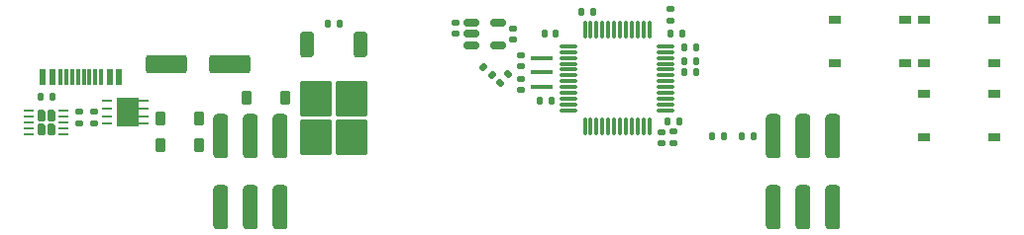
<source format=gbr>
%TF.GenerationSoftware,KiCad,Pcbnew,8.0.1*%
%TF.CreationDate,2024-03-31T20:21:14-04:00*%
%TF.ProjectId,Reflow Plate,5265666c-6f77-4205-906c-6174652e6b69,rev?*%
%TF.SameCoordinates,Original*%
%TF.FileFunction,Paste,Top*%
%TF.FilePolarity,Positive*%
%FSLAX46Y46*%
G04 Gerber Fmt 4.6, Leading zero omitted, Abs format (unit mm)*
G04 Created by KiCad (PCBNEW 8.0.1) date 2024-03-31 20:21:14*
%MOMM*%
%LPD*%
G01*
G04 APERTURE LIST*
G04 Aperture macros list*
%AMRoundRect*
0 Rectangle with rounded corners*
0 $1 Rounding radius*
0 $2 $3 $4 $5 $6 $7 $8 $9 X,Y pos of 4 corners*
0 Add a 4 corners polygon primitive as box body*
4,1,4,$2,$3,$4,$5,$6,$7,$8,$9,$2,$3,0*
0 Add four circle primitives for the rounded corners*
1,1,$1+$1,$2,$3*
1,1,$1+$1,$4,$5*
1,1,$1+$1,$6,$7*
1,1,$1+$1,$8,$9*
0 Add four rect primitives between the rounded corners*
20,1,$1+$1,$2,$3,$4,$5,0*
20,1,$1+$1,$4,$5,$6,$7,0*
20,1,$1+$1,$6,$7,$8,$9,0*
20,1,$1+$1,$8,$9,$2,$3,0*%
G04 Aperture macros list end*
%ADD10C,0.000000*%
%ADD11RoundRect,0.135000X0.185000X-0.135000X0.185000X0.135000X-0.185000X0.135000X-0.185000X-0.135000X0*%
%ADD12RoundRect,0.225000X0.225000X0.375000X-0.225000X0.375000X-0.225000X-0.375000X0.225000X-0.375000X0*%
%ADD13RoundRect,0.135000X-0.135000X-0.185000X0.135000X-0.185000X0.135000X0.185000X-0.135000X0.185000X0*%
%ADD14RoundRect,0.135000X0.135000X0.185000X-0.135000X0.185000X-0.135000X-0.185000X0.135000X-0.185000X0*%
%ADD15RoundRect,0.150000X-0.512500X-0.150000X0.512500X-0.150000X0.512500X0.150000X-0.512500X0.150000X0*%
%ADD16R,1.000000X0.750000*%
%ADD17R,0.812800X0.254000*%
%ADD18R,0.025400X0.025400*%
%ADD19RoundRect,0.317500X-0.317500X-1.587500X0.317500X-1.587500X0.317500X1.587500X-0.317500X1.587500X0*%
%ADD20RoundRect,0.250000X1.500000X0.550000X-1.500000X0.550000X-1.500000X-0.550000X1.500000X-0.550000X0*%
%ADD21RoundRect,0.075000X-0.662500X-0.075000X0.662500X-0.075000X0.662500X0.075000X-0.662500X0.075000X0*%
%ADD22RoundRect,0.075000X-0.075000X-0.662500X0.075000X-0.662500X0.075000X0.662500X-0.075000X0.662500X0*%
%ADD23RoundRect,0.135000X-0.185000X0.135000X-0.185000X-0.135000X0.185000X-0.135000X0.185000X0.135000X0*%
%ADD24RoundRect,0.250000X-0.350000X0.850000X-0.350000X-0.850000X0.350000X-0.850000X0.350000X0.850000X0*%
%ADD25RoundRect,0.250000X-1.125000X1.275000X-1.125000X-1.275000X1.125000X-1.275000X1.125000X1.275000X0*%
%ADD26RoundRect,0.172500X-0.172500X-0.332500X0.172500X-0.332500X0.172500X0.332500X-0.172500X0.332500X0*%
%ADD27RoundRect,0.062500X-0.350000X-0.062500X0.350000X-0.062500X0.350000X0.062500X-0.350000X0.062500X0*%
%ADD28R,1.900000X0.400000*%
%ADD29RoundRect,0.225000X-0.225000X-0.375000X0.225000X-0.375000X0.225000X0.375000X-0.225000X0.375000X0*%
%ADD30RoundRect,0.140000X-0.170000X0.140000X-0.170000X-0.140000X0.170000X-0.140000X0.170000X0.140000X0*%
%ADD31RoundRect,0.140000X0.140000X0.170000X-0.140000X0.170000X-0.140000X-0.170000X0.140000X-0.170000X0*%
%ADD32RoundRect,0.135000X-0.226274X-0.035355X-0.035355X-0.226274X0.226274X0.035355X0.035355X0.226274X0*%
%ADD33RoundRect,0.135000X0.035355X-0.226274X0.226274X-0.035355X-0.035355X0.226274X-0.226274X0.035355X0*%
%ADD34RoundRect,0.317500X0.317500X1.587500X-0.317500X1.587500X-0.317500X-1.587500X0.317500X-1.587500X0*%
%ADD35RoundRect,0.140000X-0.140000X-0.170000X0.140000X-0.170000X0.140000X0.170000X-0.140000X0.170000X0*%
%ADD36RoundRect,0.140000X0.170000X-0.140000X0.170000X0.140000X-0.170000X0.140000X-0.170000X-0.140000X0*%
%ADD37R,0.600000X1.450000*%
%ADD38R,0.300000X1.450000*%
G04 APERTURE END LIST*
D10*
%TO.C,MOSFET1*%
G36*
X112141000Y-46685200D02*
G01*
X110312200Y-46685200D01*
X110312200Y-44246800D01*
X112141000Y-44246800D01*
X112141000Y-46685200D01*
G37*
%TD*%
D11*
%TO.C,R6*%
X157607000Y-37594000D03*
X157607000Y-36574000D03*
%TD*%
D12*
%TO.C,D1*%
X117270800Y-48260000D03*
X113970800Y-48260000D03*
%TD*%
D13*
%TO.C,R10*%
X158746315Y-41043281D03*
X159766315Y-41043281D03*
%TD*%
D14*
%TO.C,R11*%
X159768000Y-39878000D03*
X158748000Y-39878000D03*
%TD*%
%TO.C,R14*%
X164721000Y-47498000D03*
X163701000Y-47498000D03*
%TD*%
D15*
%TO.C,U2*%
X140594500Y-37785000D03*
X140594500Y-38735000D03*
X140594500Y-39685000D03*
X142869500Y-39685000D03*
X142869500Y-37785000D03*
%TD*%
D16*
%TO.C,SW3*%
X185245000Y-41245000D03*
X179245000Y-41245000D03*
X185245000Y-37495000D03*
X179245000Y-37495000D03*
%TD*%
D11*
%TO.C,R5*%
X157861000Y-48135000D03*
X157861000Y-47115000D03*
%TD*%
D17*
%TO.C,MOSFET1*%
X109448600Y-44491001D03*
X109448600Y-45140999D03*
X109448600Y-45791001D03*
X109448600Y-46440999D03*
X112547400Y-46440999D03*
X112547400Y-45791001D03*
X112547400Y-45140999D03*
X112547400Y-44491001D03*
D18*
X110998000Y-45466000D03*
%TD*%
D13*
%TO.C,R9*%
X158748000Y-42037000D03*
X159768000Y-42037000D03*
%TD*%
D12*
%TO.C,D2*%
X117270800Y-46024800D03*
X113970800Y-46024800D03*
%TD*%
D19*
%TO.C,J3*%
X119176800Y-53594000D03*
X121716800Y-53594000D03*
X124256800Y-53594000D03*
%TD*%
D20*
%TO.C,C4*%
X119895600Y-41300400D03*
X114495600Y-41300400D03*
%TD*%
D14*
%TO.C,R4*%
X129288000Y-37820600D03*
X128268000Y-37820600D03*
%TD*%
D21*
%TO.C,U3*%
X148872500Y-39795000D03*
X148872500Y-40295000D03*
X148872500Y-40795000D03*
X148872500Y-41295000D03*
X148872500Y-41795000D03*
X148872500Y-42295000D03*
X148872500Y-42795000D03*
X148872500Y-43295000D03*
X148872500Y-43795000D03*
X148872500Y-44295000D03*
X148872500Y-44795000D03*
X148872500Y-45295000D03*
D22*
X150285000Y-46707500D03*
X150785000Y-46707500D03*
X151285000Y-46707500D03*
X151785000Y-46707500D03*
X152285000Y-46707500D03*
X152785000Y-46707500D03*
X153285000Y-46707500D03*
X153785000Y-46707500D03*
X154285000Y-46707500D03*
X154785000Y-46707500D03*
X155285000Y-46707500D03*
X155785000Y-46707500D03*
D21*
X157197500Y-45295000D03*
X157197500Y-44795000D03*
X157197500Y-44295000D03*
X157197500Y-43795000D03*
X157197500Y-43295000D03*
X157197500Y-42795000D03*
X157197500Y-42295000D03*
X157197500Y-41795000D03*
X157197500Y-41295000D03*
X157197500Y-40795000D03*
X157197500Y-40295000D03*
X157197500Y-39795000D03*
D22*
X155785000Y-38382500D03*
X155285000Y-38382500D03*
X154785000Y-38382500D03*
X154285000Y-38382500D03*
X153785000Y-38382500D03*
X153285000Y-38382500D03*
X152785000Y-38382500D03*
X152285000Y-38382500D03*
X151785000Y-38382500D03*
X151285000Y-38382500D03*
X150785000Y-38382500D03*
X150285000Y-38382500D03*
%TD*%
D14*
%TO.C,R15*%
X162181000Y-47498000D03*
X161161000Y-47498000D03*
%TD*%
D23*
%TO.C,R2*%
X108305600Y-45362400D03*
X108305600Y-46382400D03*
%TD*%
%TO.C,R1*%
X107086400Y-45362401D03*
X107086400Y-46382399D03*
%TD*%
D24*
%TO.C,Q2*%
X131058000Y-39664000D03*
D25*
X130303000Y-44289000D03*
X127253000Y-44289000D03*
X130303000Y-47639000D03*
X127253000Y-47639000D03*
D24*
X126498000Y-39664000D03*
%TD*%
D26*
%TO.C,U1*%
X103816600Y-45704600D03*
X103816600Y-46954600D03*
X104666600Y-45704600D03*
X104666600Y-46954600D03*
D27*
X102779100Y-45329600D03*
X102779100Y-45829600D03*
X102779100Y-46329600D03*
X102779100Y-46829600D03*
X102779100Y-47329600D03*
X105704100Y-47329600D03*
X105704100Y-46829600D03*
X105704100Y-46329600D03*
X105704100Y-45829600D03*
X105704100Y-45329600D03*
%TD*%
D28*
%TO.C,Y1*%
X146608800Y-40845086D03*
X146608800Y-42045086D03*
X146608800Y-43245086D03*
%TD*%
D29*
%TO.C,D3*%
X121336800Y-44246800D03*
X124636800Y-44246800D03*
%TD*%
D14*
%TO.C,R3*%
X104751600Y-44094400D03*
X103731600Y-44094400D03*
%TD*%
D30*
%TO.C,C1*%
X139192000Y-37747000D03*
X139192000Y-38707000D03*
%TD*%
D16*
%TO.C,SW4*%
X179245000Y-43845000D03*
X185245000Y-43845000D03*
X179245000Y-47595000D03*
X185245000Y-47595000D03*
%TD*%
D31*
%TO.C,C7*%
X147419000Y-44450000D03*
X146459000Y-44450000D03*
%TD*%
D32*
%TO.C,R12*%
X141625376Y-41549376D03*
X142346624Y-42270624D03*
%TD*%
D19*
%TO.C,J4*%
X166370000Y-53594000D03*
X168910000Y-53594000D03*
X171450000Y-53594000D03*
%TD*%
D33*
%TO.C,R13*%
X143022376Y-42905624D03*
X143743624Y-42184376D03*
%TD*%
D16*
%TO.C,SW2*%
X171625000Y-37495000D03*
X177625000Y-37495000D03*
X171625000Y-41245000D03*
X177625000Y-41245000D03*
%TD*%
D30*
%TO.C,C6*%
X144780000Y-42573000D03*
X144780000Y-43533000D03*
%TD*%
D34*
%TO.C,J6*%
X171450000Y-47498000D03*
X168910000Y-47498000D03*
X166370000Y-47498000D03*
%TD*%
D35*
%TO.C,C11*%
X150015000Y-36830000D03*
X150975000Y-36830000D03*
%TD*%
D34*
%TO.C,J5*%
X124256800Y-47498000D03*
X121716800Y-47498000D03*
X119176800Y-47498000D03*
%TD*%
D13*
%TO.C,R7*%
X157351000Y-46228000D03*
X158371000Y-46228000D03*
%TD*%
D30*
%TO.C,C2*%
X144145000Y-38255000D03*
X144145000Y-39215000D03*
%TD*%
D36*
%TO.C,C5*%
X144780000Y-41501000D03*
X144780000Y-40541000D03*
%TD*%
D30*
%TO.C,C8*%
X156845000Y-47145000D03*
X156845000Y-48105000D03*
%TD*%
D31*
%TO.C,C10*%
X147800000Y-38735000D03*
X146840000Y-38735000D03*
%TD*%
D35*
%TO.C,C9*%
X157635000Y-38735000D03*
X158595000Y-38735000D03*
%TD*%
D37*
%TO.C,J2*%
X110438000Y-42399000D03*
X109638000Y-42399000D03*
D38*
X108438000Y-42399000D03*
X107438000Y-42399000D03*
X106938000Y-42399000D03*
X105938000Y-42399000D03*
D37*
X104738000Y-42399000D03*
X103938000Y-42399000D03*
X103938000Y-42399000D03*
X104738000Y-42399000D03*
D38*
X105438000Y-42399000D03*
X106438000Y-42399000D03*
X107938000Y-42399000D03*
X108938000Y-42399000D03*
D37*
X109638000Y-42399000D03*
X110438000Y-42399000D03*
%TD*%
M02*

</source>
